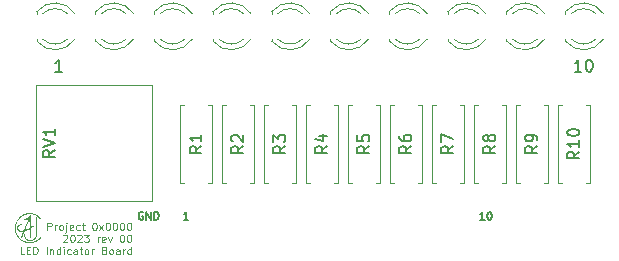
<source format=gbr>
%TF.GenerationSoftware,KiCad,Pcbnew,6.0.11-2627ca5db0~126~ubuntu22.04.1*%
%TF.CreationDate,2023-08-06T20:15:41-06:00*%
%TF.ProjectId,LED-Bank,4c45442d-4261-46e6-9b2e-6b696361645f,rev?*%
%TF.SameCoordinates,Original*%
%TF.FileFunction,Legend,Top*%
%TF.FilePolarity,Positive*%
%FSLAX46Y46*%
G04 Gerber Fmt 4.6, Leading zero omitted, Abs format (unit mm)*
G04 Created by KiCad (PCBNEW 6.0.11-2627ca5db0~126~ubuntu22.04.1) date 2023-08-06 20:15:41*
%MOMM*%
%LPD*%
G01*
G04 APERTURE LIST*
%ADD10C,0.101600*%
%ADD11C,0.150000*%
%ADD12C,0.127000*%
%ADD13C,0.000000*%
%ADD14C,0.120000*%
G04 APERTURE END LIST*
D10*
X153362055Y-124994911D02*
X153362055Y-124359911D01*
X153603960Y-124359911D01*
X153664436Y-124390150D01*
X153694674Y-124420388D01*
X153724912Y-124480864D01*
X153724912Y-124571578D01*
X153694674Y-124632054D01*
X153664436Y-124662292D01*
X153603960Y-124692530D01*
X153362055Y-124692530D01*
X153997055Y-124994911D02*
X153997055Y-124571578D01*
X153997055Y-124692530D02*
X154027293Y-124632054D01*
X154057531Y-124601816D01*
X154118007Y-124571578D01*
X154178483Y-124571578D01*
X154480864Y-124994911D02*
X154420388Y-124964673D01*
X154390150Y-124934435D01*
X154359912Y-124873959D01*
X154359912Y-124692530D01*
X154390150Y-124632054D01*
X154420388Y-124601816D01*
X154480864Y-124571578D01*
X154571579Y-124571578D01*
X154632055Y-124601816D01*
X154662293Y-124632054D01*
X154692531Y-124692530D01*
X154692531Y-124873959D01*
X154662293Y-124934435D01*
X154632055Y-124964673D01*
X154571579Y-124994911D01*
X154480864Y-124994911D01*
X154964674Y-124571578D02*
X154964674Y-125115864D01*
X154934436Y-125176340D01*
X154873960Y-125206578D01*
X154843721Y-125206578D01*
X154964674Y-124359911D02*
X154934436Y-124390150D01*
X154964674Y-124420388D01*
X154994912Y-124390150D01*
X154964674Y-124359911D01*
X154964674Y-124420388D01*
X155508960Y-124964673D02*
X155448483Y-124994911D01*
X155327531Y-124994911D01*
X155267055Y-124964673D01*
X155236817Y-124904197D01*
X155236817Y-124662292D01*
X155267055Y-124601816D01*
X155327531Y-124571578D01*
X155448483Y-124571578D01*
X155508960Y-124601816D01*
X155539198Y-124662292D01*
X155539198Y-124722769D01*
X155236817Y-124783245D01*
X156083483Y-124964673D02*
X156023007Y-124994911D01*
X155902055Y-124994911D01*
X155841579Y-124964673D01*
X155811340Y-124934435D01*
X155781102Y-124873959D01*
X155781102Y-124692530D01*
X155811340Y-124632054D01*
X155841579Y-124601816D01*
X155902055Y-124571578D01*
X156023007Y-124571578D01*
X156083483Y-124601816D01*
X156264912Y-124571578D02*
X156506817Y-124571578D01*
X156355626Y-124359911D02*
X156355626Y-124904197D01*
X156385864Y-124964673D01*
X156446340Y-124994911D01*
X156506817Y-124994911D01*
X157323245Y-124359911D02*
X157383721Y-124359911D01*
X157444198Y-124390150D01*
X157474436Y-124420388D01*
X157504674Y-124480864D01*
X157534912Y-124601816D01*
X157534912Y-124753007D01*
X157504674Y-124873959D01*
X157474436Y-124934435D01*
X157444198Y-124964673D01*
X157383721Y-124994911D01*
X157323245Y-124994911D01*
X157262769Y-124964673D01*
X157232531Y-124934435D01*
X157202293Y-124873959D01*
X157172055Y-124753007D01*
X157172055Y-124601816D01*
X157202293Y-124480864D01*
X157232531Y-124420388D01*
X157262769Y-124390150D01*
X157323245Y-124359911D01*
X157746579Y-124994911D02*
X158079198Y-124571578D01*
X157746579Y-124571578D02*
X158079198Y-124994911D01*
X158442055Y-124359911D02*
X158502531Y-124359911D01*
X158563007Y-124390150D01*
X158593245Y-124420388D01*
X158623483Y-124480864D01*
X158653721Y-124601816D01*
X158653721Y-124753007D01*
X158623483Y-124873959D01*
X158593245Y-124934435D01*
X158563007Y-124964673D01*
X158502531Y-124994911D01*
X158442055Y-124994911D01*
X158381579Y-124964673D01*
X158351340Y-124934435D01*
X158321102Y-124873959D01*
X158290864Y-124753007D01*
X158290864Y-124601816D01*
X158321102Y-124480864D01*
X158351340Y-124420388D01*
X158381579Y-124390150D01*
X158442055Y-124359911D01*
X159046817Y-124359911D02*
X159107293Y-124359911D01*
X159167769Y-124390150D01*
X159198007Y-124420388D01*
X159228245Y-124480864D01*
X159258483Y-124601816D01*
X159258483Y-124753007D01*
X159228245Y-124873959D01*
X159198007Y-124934435D01*
X159167769Y-124964673D01*
X159107293Y-124994911D01*
X159046817Y-124994911D01*
X158986340Y-124964673D01*
X158956102Y-124934435D01*
X158925864Y-124873959D01*
X158895626Y-124753007D01*
X158895626Y-124601816D01*
X158925864Y-124480864D01*
X158956102Y-124420388D01*
X158986340Y-124390150D01*
X159046817Y-124359911D01*
X159651579Y-124359911D02*
X159712055Y-124359911D01*
X159772531Y-124390150D01*
X159802769Y-124420388D01*
X159833007Y-124480864D01*
X159863245Y-124601816D01*
X159863245Y-124753007D01*
X159833007Y-124873959D01*
X159802769Y-124934435D01*
X159772531Y-124964673D01*
X159712055Y-124994911D01*
X159651579Y-124994911D01*
X159591102Y-124964673D01*
X159560864Y-124934435D01*
X159530626Y-124873959D01*
X159500388Y-124753007D01*
X159500388Y-124601816D01*
X159530626Y-124480864D01*
X159560864Y-124420388D01*
X159591102Y-124390150D01*
X159651579Y-124359911D01*
X160256340Y-124359911D02*
X160316817Y-124359911D01*
X160377293Y-124390150D01*
X160407531Y-124420388D01*
X160437769Y-124480864D01*
X160468007Y-124601816D01*
X160468007Y-124753007D01*
X160437769Y-124873959D01*
X160407531Y-124934435D01*
X160377293Y-124964673D01*
X160316817Y-124994911D01*
X160256340Y-124994911D01*
X160195864Y-124964673D01*
X160165626Y-124934435D01*
X160135388Y-124873959D01*
X160105150Y-124753007D01*
X160105150Y-124601816D01*
X160135388Y-124480864D01*
X160165626Y-124420388D01*
X160195864Y-124390150D01*
X160256340Y-124359911D01*
X154692531Y-125442738D02*
X154722769Y-125412500D01*
X154783245Y-125382261D01*
X154934436Y-125382261D01*
X154994912Y-125412500D01*
X155025150Y-125442738D01*
X155055388Y-125503214D01*
X155055388Y-125563690D01*
X155025150Y-125654404D01*
X154662293Y-126017261D01*
X155055388Y-126017261D01*
X155448483Y-125382261D02*
X155508960Y-125382261D01*
X155569436Y-125412500D01*
X155599674Y-125442738D01*
X155629912Y-125503214D01*
X155660150Y-125624166D01*
X155660150Y-125775357D01*
X155629912Y-125896309D01*
X155599674Y-125956785D01*
X155569436Y-125987023D01*
X155508960Y-126017261D01*
X155448483Y-126017261D01*
X155388007Y-125987023D01*
X155357769Y-125956785D01*
X155327531Y-125896309D01*
X155297293Y-125775357D01*
X155297293Y-125624166D01*
X155327531Y-125503214D01*
X155357769Y-125442738D01*
X155388007Y-125412500D01*
X155448483Y-125382261D01*
X155902055Y-125442738D02*
X155932293Y-125412500D01*
X155992769Y-125382261D01*
X156143960Y-125382261D01*
X156204436Y-125412500D01*
X156234674Y-125442738D01*
X156264912Y-125503214D01*
X156264912Y-125563690D01*
X156234674Y-125654404D01*
X155871817Y-126017261D01*
X156264912Y-126017261D01*
X156476579Y-125382261D02*
X156869674Y-125382261D01*
X156658007Y-125624166D01*
X156748721Y-125624166D01*
X156809198Y-125654404D01*
X156839436Y-125684642D01*
X156869674Y-125745119D01*
X156869674Y-125896309D01*
X156839436Y-125956785D01*
X156809198Y-125987023D01*
X156748721Y-126017261D01*
X156567293Y-126017261D01*
X156506817Y-125987023D01*
X156476579Y-125956785D01*
X157625626Y-126017261D02*
X157625626Y-125593928D01*
X157625626Y-125714880D02*
X157655864Y-125654404D01*
X157686102Y-125624166D01*
X157746579Y-125593928D01*
X157807055Y-125593928D01*
X158260626Y-125987023D02*
X158200150Y-126017261D01*
X158079198Y-126017261D01*
X158018721Y-125987023D01*
X157988483Y-125926547D01*
X157988483Y-125684642D01*
X158018721Y-125624166D01*
X158079198Y-125593928D01*
X158200150Y-125593928D01*
X158260626Y-125624166D01*
X158290864Y-125684642D01*
X158290864Y-125745119D01*
X157988483Y-125805595D01*
X158502531Y-125593928D02*
X158653721Y-126017261D01*
X158804912Y-125593928D01*
X159651579Y-125382261D02*
X159712055Y-125382261D01*
X159772531Y-125412500D01*
X159802769Y-125442738D01*
X159833007Y-125503214D01*
X159863245Y-125624166D01*
X159863245Y-125775357D01*
X159833007Y-125896309D01*
X159802769Y-125956785D01*
X159772531Y-125987023D01*
X159712055Y-126017261D01*
X159651579Y-126017261D01*
X159591102Y-125987023D01*
X159560864Y-125956785D01*
X159530626Y-125896309D01*
X159500388Y-125775357D01*
X159500388Y-125624166D01*
X159530626Y-125503214D01*
X159560864Y-125442738D01*
X159591102Y-125412500D01*
X159651579Y-125382261D01*
X160256340Y-125382261D02*
X160316817Y-125382261D01*
X160377293Y-125412500D01*
X160407531Y-125442738D01*
X160437769Y-125503214D01*
X160468007Y-125624166D01*
X160468007Y-125775357D01*
X160437769Y-125896309D01*
X160407531Y-125956785D01*
X160377293Y-125987023D01*
X160316817Y-126017261D01*
X160256340Y-126017261D01*
X160195864Y-125987023D01*
X160165626Y-125956785D01*
X160135388Y-125896309D01*
X160105150Y-125775357D01*
X160105150Y-125624166D01*
X160135388Y-125503214D01*
X160165626Y-125442738D01*
X160195864Y-125412500D01*
X160256340Y-125382261D01*
X151396579Y-127039611D02*
X151094198Y-127039611D01*
X151094198Y-126404611D01*
X151608245Y-126706992D02*
X151819912Y-126706992D01*
X151910626Y-127039611D02*
X151608245Y-127039611D01*
X151608245Y-126404611D01*
X151910626Y-126404611D01*
X152182769Y-127039611D02*
X152182769Y-126404611D01*
X152333960Y-126404611D01*
X152424674Y-126434850D01*
X152485150Y-126495326D01*
X152515388Y-126555802D01*
X152545626Y-126676754D01*
X152545626Y-126767469D01*
X152515388Y-126888421D01*
X152485150Y-126948897D01*
X152424674Y-127009373D01*
X152333960Y-127039611D01*
X152182769Y-127039611D01*
X153301579Y-127039611D02*
X153301579Y-126404611D01*
X153603960Y-126616278D02*
X153603960Y-127039611D01*
X153603960Y-126676754D02*
X153634198Y-126646516D01*
X153694674Y-126616278D01*
X153785388Y-126616278D01*
X153845864Y-126646516D01*
X153876102Y-126706992D01*
X153876102Y-127039611D01*
X154450626Y-127039611D02*
X154450626Y-126404611D01*
X154450626Y-127009373D02*
X154390150Y-127039611D01*
X154269198Y-127039611D01*
X154208721Y-127009373D01*
X154178483Y-126979135D01*
X154148245Y-126918659D01*
X154148245Y-126737230D01*
X154178483Y-126676754D01*
X154208721Y-126646516D01*
X154269198Y-126616278D01*
X154390150Y-126616278D01*
X154450626Y-126646516D01*
X154753007Y-127039611D02*
X154753007Y-126616278D01*
X154753007Y-126404611D02*
X154722769Y-126434850D01*
X154753007Y-126465088D01*
X154783245Y-126434850D01*
X154753007Y-126404611D01*
X154753007Y-126465088D01*
X155327531Y-127009373D02*
X155267055Y-127039611D01*
X155146102Y-127039611D01*
X155085626Y-127009373D01*
X155055388Y-126979135D01*
X155025150Y-126918659D01*
X155025150Y-126737230D01*
X155055388Y-126676754D01*
X155085626Y-126646516D01*
X155146102Y-126616278D01*
X155267055Y-126616278D01*
X155327531Y-126646516D01*
X155871817Y-127039611D02*
X155871817Y-126706992D01*
X155841579Y-126646516D01*
X155781102Y-126616278D01*
X155660150Y-126616278D01*
X155599674Y-126646516D01*
X155871817Y-127009373D02*
X155811340Y-127039611D01*
X155660150Y-127039611D01*
X155599674Y-127009373D01*
X155569436Y-126948897D01*
X155569436Y-126888421D01*
X155599674Y-126827945D01*
X155660150Y-126797707D01*
X155811340Y-126797707D01*
X155871817Y-126767469D01*
X156083483Y-126616278D02*
X156325388Y-126616278D01*
X156174198Y-126404611D02*
X156174198Y-126948897D01*
X156204436Y-127009373D01*
X156264912Y-127039611D01*
X156325388Y-127039611D01*
X156627769Y-127039611D02*
X156567293Y-127009373D01*
X156537055Y-126979135D01*
X156506817Y-126918659D01*
X156506817Y-126737230D01*
X156537055Y-126676754D01*
X156567293Y-126646516D01*
X156627769Y-126616278D01*
X156718483Y-126616278D01*
X156778960Y-126646516D01*
X156809198Y-126676754D01*
X156839436Y-126737230D01*
X156839436Y-126918659D01*
X156809198Y-126979135D01*
X156778960Y-127009373D01*
X156718483Y-127039611D01*
X156627769Y-127039611D01*
X157111579Y-127039611D02*
X157111579Y-126616278D01*
X157111579Y-126737230D02*
X157141817Y-126676754D01*
X157172055Y-126646516D01*
X157232531Y-126616278D01*
X157293007Y-126616278D01*
X158200150Y-126706992D02*
X158290864Y-126737230D01*
X158321102Y-126767469D01*
X158351340Y-126827945D01*
X158351340Y-126918659D01*
X158321102Y-126979135D01*
X158290864Y-127009373D01*
X158230388Y-127039611D01*
X157988483Y-127039611D01*
X157988483Y-126404611D01*
X158200150Y-126404611D01*
X158260626Y-126434850D01*
X158290864Y-126465088D01*
X158321102Y-126525564D01*
X158321102Y-126586040D01*
X158290864Y-126646516D01*
X158260626Y-126676754D01*
X158200150Y-126706992D01*
X157988483Y-126706992D01*
X158714198Y-127039611D02*
X158653721Y-127009373D01*
X158623483Y-126979135D01*
X158593245Y-126918659D01*
X158593245Y-126737230D01*
X158623483Y-126676754D01*
X158653721Y-126646516D01*
X158714198Y-126616278D01*
X158804912Y-126616278D01*
X158865388Y-126646516D01*
X158895626Y-126676754D01*
X158925864Y-126737230D01*
X158925864Y-126918659D01*
X158895626Y-126979135D01*
X158865388Y-127009373D01*
X158804912Y-127039611D01*
X158714198Y-127039611D01*
X159470150Y-127039611D02*
X159470150Y-126706992D01*
X159439912Y-126646516D01*
X159379436Y-126616278D01*
X159258483Y-126616278D01*
X159198007Y-126646516D01*
X159470150Y-127009373D02*
X159409674Y-127039611D01*
X159258483Y-127039611D01*
X159198007Y-127009373D01*
X159167769Y-126948897D01*
X159167769Y-126888421D01*
X159198007Y-126827945D01*
X159258483Y-126797707D01*
X159409674Y-126797707D01*
X159470150Y-126767469D01*
X159772531Y-127039611D02*
X159772531Y-126616278D01*
X159772531Y-126737230D02*
X159802769Y-126676754D01*
X159833007Y-126646516D01*
X159893483Y-126616278D01*
X159953960Y-126616278D01*
X160437769Y-127039611D02*
X160437769Y-126404611D01*
X160437769Y-127009373D02*
X160377293Y-127039611D01*
X160256340Y-127039611D01*
X160195864Y-127009373D01*
X160165626Y-126979135D01*
X160135388Y-126918659D01*
X160135388Y-126737230D01*
X160165626Y-126676754D01*
X160195864Y-126646516D01*
X160256340Y-126616278D01*
X160377293Y-126616278D01*
X160437769Y-126646516D01*
D11*
X198564523Y-111577380D02*
X197993095Y-111577380D01*
X198278809Y-111577380D02*
X198278809Y-110577380D01*
X198183571Y-110720238D01*
X198088333Y-110815476D01*
X197993095Y-110863095D01*
X199183571Y-110577380D02*
X199278809Y-110577380D01*
X199374047Y-110625000D01*
X199421666Y-110672619D01*
X199469285Y-110767857D01*
X199516904Y-110958333D01*
X199516904Y-111196428D01*
X199469285Y-111386904D01*
X199421666Y-111482142D01*
X199374047Y-111529761D01*
X199278809Y-111577380D01*
X199183571Y-111577380D01*
X199088333Y-111529761D01*
X199040714Y-111482142D01*
X198993095Y-111386904D01*
X198945476Y-111196428D01*
X198945476Y-110958333D01*
X198993095Y-110767857D01*
X199040714Y-110672619D01*
X199088333Y-110625000D01*
X199183571Y-110577380D01*
X154590714Y-111577380D02*
X154019285Y-111577380D01*
X154305000Y-111577380D02*
X154305000Y-110577380D01*
X154209761Y-110720238D01*
X154114523Y-110815476D01*
X154019285Y-110863095D01*
D12*
X190379047Y-124112261D02*
X190016190Y-124112261D01*
X190197619Y-124112261D02*
X190197619Y-123477261D01*
X190137142Y-123567976D01*
X190076666Y-123628452D01*
X190016190Y-123658690D01*
X190772142Y-123477261D02*
X190832619Y-123477261D01*
X190893095Y-123507500D01*
X190923333Y-123537738D01*
X190953571Y-123598214D01*
X190983809Y-123719166D01*
X190983809Y-123870357D01*
X190953571Y-123991309D01*
X190923333Y-124051785D01*
X190893095Y-124082023D01*
X190832619Y-124112261D01*
X190772142Y-124112261D01*
X190711666Y-124082023D01*
X190681428Y-124051785D01*
X190651190Y-123991309D01*
X190620952Y-123870357D01*
X190620952Y-123719166D01*
X190651190Y-123598214D01*
X190681428Y-123537738D01*
X190711666Y-123507500D01*
X190772142Y-123477261D01*
X165281428Y-124112261D02*
X164918571Y-124112261D01*
X165100000Y-124112261D02*
X165100000Y-123477261D01*
X165039523Y-123567976D01*
X164979047Y-123628452D01*
X164918571Y-123658690D01*
X161441190Y-123507500D02*
X161380714Y-123477261D01*
X161290000Y-123477261D01*
X161199285Y-123507500D01*
X161138809Y-123567976D01*
X161108571Y-123628452D01*
X161078333Y-123749404D01*
X161078333Y-123840119D01*
X161108571Y-123961071D01*
X161138809Y-124021547D01*
X161199285Y-124082023D01*
X161290000Y-124112261D01*
X161350476Y-124112261D01*
X161441190Y-124082023D01*
X161471428Y-124051785D01*
X161471428Y-123840119D01*
X161350476Y-123840119D01*
X161743571Y-124112261D02*
X161743571Y-123477261D01*
X162106428Y-124112261D01*
X162106428Y-123477261D01*
X162408809Y-124112261D02*
X162408809Y-123477261D01*
X162560000Y-123477261D01*
X162650714Y-123507500D01*
X162711190Y-123567976D01*
X162741428Y-123628452D01*
X162771666Y-123749404D01*
X162771666Y-123840119D01*
X162741428Y-123961071D01*
X162711190Y-124021547D01*
X162650714Y-124082023D01*
X162560000Y-124112261D01*
X162408809Y-124112261D01*
D13*
G36*
X151750782Y-124005383D02*
G01*
X151731881Y-124021031D01*
X151712667Y-124036063D01*
X151693141Y-124050479D01*
X151673304Y-124064277D01*
X151653158Y-124077455D01*
X151632703Y-124090014D01*
X151611940Y-124101952D01*
X151590872Y-124113267D01*
X151569500Y-124123960D01*
X151547823Y-124134028D01*
X151525845Y-124143470D01*
X151503566Y-124152286D01*
X151480987Y-124160474D01*
X151458109Y-124168034D01*
X151434934Y-124174964D01*
X151432610Y-124175556D01*
X151430284Y-124176026D01*
X151427958Y-124176374D01*
X151425638Y-124176604D01*
X151423326Y-124176716D01*
X151421027Y-124176714D01*
X151418743Y-124176598D01*
X151416478Y-124176371D01*
X151414237Y-124176035D01*
X151412022Y-124175592D01*
X151409838Y-124175044D01*
X151407688Y-124174393D01*
X151405575Y-124173640D01*
X151403503Y-124172789D01*
X151401476Y-124171840D01*
X151399498Y-124170797D01*
X151397571Y-124169660D01*
X151395701Y-124168432D01*
X151393890Y-124167115D01*
X151392141Y-124165710D01*
X151390460Y-124164221D01*
X151388848Y-124162649D01*
X151387311Y-124160995D01*
X151385851Y-124159262D01*
X151384472Y-124157452D01*
X151383178Y-124155567D01*
X151381972Y-124153609D01*
X151380858Y-124151580D01*
X151379840Y-124149481D01*
X151378921Y-124147315D01*
X151378106Y-124145084D01*
X151377396Y-124142790D01*
X151376800Y-124140466D01*
X151376328Y-124138140D01*
X151375976Y-124135815D01*
X151375744Y-124133494D01*
X151375630Y-124131182D01*
X151375630Y-124128883D01*
X151375744Y-124126599D01*
X151375969Y-124124335D01*
X151376303Y-124122093D01*
X151376744Y-124119878D01*
X151377291Y-124117694D01*
X151377941Y-124115544D01*
X151378692Y-124113431D01*
X151379542Y-124111359D01*
X151380490Y-124109332D01*
X151381533Y-124107354D01*
X151382669Y-124105428D01*
X151383896Y-124103557D01*
X151385212Y-124101746D01*
X151386616Y-124099997D01*
X151388105Y-124098316D01*
X151389677Y-124096704D01*
X151391330Y-124095167D01*
X151393063Y-124093707D01*
X151394873Y-124092328D01*
X151396757Y-124091034D01*
X151398716Y-124089828D01*
X151400745Y-124088714D01*
X151402843Y-124087696D01*
X151405009Y-124086778D01*
X151407240Y-124085962D01*
X151409534Y-124085252D01*
X151444707Y-124074340D01*
X151479126Y-124061752D01*
X151512786Y-124047496D01*
X151545679Y-124031576D01*
X151577801Y-124013997D01*
X151609143Y-123994764D01*
X151639700Y-123973881D01*
X151669465Y-123951355D01*
X151698432Y-123927191D01*
X151726594Y-123901392D01*
X151753945Y-123873965D01*
X151780478Y-123844915D01*
X151806187Y-123814246D01*
X151831066Y-123781963D01*
X151855107Y-123748072D01*
X151878305Y-123712578D01*
X151878859Y-123711685D01*
X151879435Y-123710806D01*
X151880031Y-123709942D01*
X151880647Y-123709094D01*
X151881281Y-123708263D01*
X151881932Y-123707448D01*
X151882598Y-123706652D01*
X151883279Y-123705875D01*
X151884205Y-123704859D01*
X151885157Y-123703875D01*
X151886133Y-123702922D01*
X151887134Y-123702002D01*
X151888157Y-123701114D01*
X151889203Y-123700259D01*
X151890270Y-123699437D01*
X151891358Y-123698648D01*
X151892466Y-123697892D01*
X151893593Y-123697170D01*
X151894738Y-123696483D01*
X151895900Y-123695829D01*
X151897079Y-123695210D01*
X151898274Y-123694626D01*
X151899483Y-123694077D01*
X151900707Y-123693563D01*
X151902616Y-123692849D01*
X151904559Y-123692216D01*
X151905541Y-123691930D01*
X151906531Y-123691666D01*
X151907527Y-123691422D01*
X151908530Y-123691200D01*
X151909538Y-123690999D01*
X151910551Y-123690819D01*
X151911570Y-123690662D01*
X151912593Y-123690527D01*
X151913620Y-123690414D01*
X151914651Y-123690324D01*
X151915686Y-123690256D01*
X151916723Y-123690212D01*
X151917783Y-123690191D01*
X151918847Y-123690195D01*
X151919914Y-123690224D01*
X151920983Y-123690278D01*
X151922053Y-123690358D01*
X151923125Y-123690462D01*
X151924197Y-123690591D01*
X151925269Y-123690745D01*
X151926340Y-123690925D01*
X151927410Y-123691130D01*
X151928477Y-123691360D01*
X151929542Y-123691616D01*
X151930603Y-123691897D01*
X151931661Y-123692203D01*
X151932714Y-123692535D01*
X151933762Y-123692893D01*
X151935255Y-123693447D01*
X151936719Y-123694049D01*
X151938154Y-123694700D01*
X151939561Y-123695398D01*
X151940939Y-123696142D01*
X151942290Y-123696931D01*
X151943613Y-123697765D01*
X151944910Y-123698643D01*
X151945969Y-123699411D01*
X151947003Y-123700205D01*
X151948011Y-123701025D01*
X151948994Y-123701870D01*
X151949950Y-123702739D01*
X151950880Y-123703633D01*
X151951782Y-123704549D01*
X151952658Y-123705487D01*
X151953505Y-123706447D01*
X151954325Y-123707427D01*
X151955116Y-123708428D01*
X151955878Y-123709448D01*
X151956612Y-123710487D01*
X151957315Y-123711543D01*
X151957989Y-123712617D01*
X151958633Y-123713707D01*
X151959133Y-123714606D01*
X151959615Y-123715517D01*
X151960077Y-123716440D01*
X151960520Y-123717375D01*
X151960943Y-123718320D01*
X151961346Y-123719277D01*
X151961729Y-123720244D01*
X151962090Y-123721221D01*
X151962430Y-123722208D01*
X151962748Y-123723205D01*
X151963043Y-123724211D01*
X151963316Y-123725226D01*
X151963566Y-123726250D01*
X151963792Y-123727282D01*
X151963994Y-123728322D01*
X151964171Y-123729370D01*
X151964332Y-123730393D01*
X151964469Y-123731425D01*
X151964581Y-123732463D01*
X151964670Y-123733506D01*
X151964733Y-123734553D01*
X151964772Y-123735601D01*
X151964785Y-123736649D01*
X151964771Y-123737696D01*
X151964771Y-124737080D01*
X151987716Y-124725781D01*
X152010806Y-124714942D01*
X152034004Y-124704666D01*
X152057274Y-124695051D01*
X152080578Y-124686198D01*
X152103881Y-124678208D01*
X152127144Y-124671182D01*
X152138750Y-124668061D01*
X152150332Y-124665219D01*
X152152686Y-124664732D01*
X152155036Y-124664369D01*
X152157379Y-124664128D01*
X152159711Y-124664005D01*
X152162028Y-124663999D01*
X152164327Y-124664108D01*
X152166605Y-124664329D01*
X152168859Y-124664661D01*
X152171083Y-124665101D01*
X152173276Y-124665647D01*
X152175433Y-124666296D01*
X152177552Y-124667047D01*
X152179628Y-124667897D01*
X152181658Y-124668845D01*
X152183638Y-124669887D01*
X152185566Y-124671022D01*
X152187437Y-124672248D01*
X152189248Y-124673562D01*
X152190996Y-124674962D01*
X152192677Y-124676446D01*
X152194288Y-124678012D01*
X152195824Y-124679657D01*
X152197283Y-124681380D01*
X152198662Y-124683178D01*
X152199955Y-124685048D01*
X152201161Y-124686990D01*
X152202276Y-124689000D01*
X152203295Y-124691077D01*
X152204216Y-124693217D01*
X152205035Y-124695420D01*
X152205749Y-124697683D01*
X152206353Y-124700003D01*
X152206840Y-124702354D01*
X152207203Y-124704701D01*
X152207445Y-124707041D01*
X152207569Y-124709371D01*
X152207575Y-124711687D01*
X152207467Y-124713985D01*
X152207247Y-124716262D01*
X152206916Y-124718514D01*
X152206477Y-124720738D01*
X152205933Y-124722931D01*
X152205284Y-124725088D01*
X152204535Y-124727207D01*
X152203685Y-124729283D01*
X152202739Y-124731314D01*
X152201698Y-124733295D01*
X152200563Y-124735223D01*
X152199339Y-124737095D01*
X152198025Y-124738908D01*
X152196626Y-124740656D01*
X152195142Y-124742338D01*
X152193576Y-124743950D01*
X152191931Y-124745488D01*
X152190208Y-124746948D01*
X152188410Y-124748327D01*
X152186538Y-124749622D01*
X152184595Y-124750829D01*
X152182584Y-124751944D01*
X152180506Y-124752964D01*
X152178363Y-124753886D01*
X152176158Y-124754705D01*
X152173893Y-124755419D01*
X152171569Y-124756024D01*
X152159062Y-124759139D01*
X152146445Y-124762660D01*
X152133729Y-124766565D01*
X152120927Y-124770833D01*
X152095108Y-124780364D01*
X152069083Y-124791072D01*
X152042944Y-124802780D01*
X152016783Y-124815307D01*
X151990695Y-124828474D01*
X151964771Y-124842102D01*
X151964771Y-125647211D01*
X151964711Y-125649611D01*
X151964530Y-125651979D01*
X151964234Y-125654312D01*
X151963824Y-125656609D01*
X151963303Y-125658865D01*
X151962674Y-125661078D01*
X151961941Y-125663245D01*
X151961106Y-125665363D01*
X151960172Y-125667428D01*
X151959141Y-125669439D01*
X151958018Y-125671392D01*
X151956805Y-125673284D01*
X151955505Y-125675113D01*
X151954120Y-125676875D01*
X151952654Y-125678567D01*
X151951110Y-125680187D01*
X151949490Y-125681731D01*
X151947798Y-125683197D01*
X151946036Y-125684582D01*
X151944207Y-125685882D01*
X151942315Y-125687095D01*
X151940362Y-125688218D01*
X151938351Y-125689248D01*
X151936285Y-125690183D01*
X151934168Y-125691018D01*
X151932001Y-125691751D01*
X151929788Y-125692380D01*
X151927532Y-125692900D01*
X151925235Y-125693311D01*
X151922902Y-125693607D01*
X151920533Y-125693787D01*
X151918134Y-125693848D01*
X151915738Y-125693787D01*
X151913372Y-125693607D01*
X151911042Y-125693311D01*
X151908748Y-125692900D01*
X151906494Y-125692380D01*
X151904283Y-125691751D01*
X151902119Y-125691018D01*
X151900003Y-125690183D01*
X151897939Y-125689248D01*
X151895930Y-125688218D01*
X151893978Y-125687095D01*
X151892087Y-125685882D01*
X151890260Y-125684582D01*
X151888499Y-125683197D01*
X151886808Y-125681731D01*
X151885189Y-125680187D01*
X151883645Y-125678567D01*
X151882180Y-125676875D01*
X151880796Y-125675113D01*
X151879496Y-125673284D01*
X151878283Y-125671392D01*
X151877161Y-125669439D01*
X151876131Y-125667428D01*
X151875197Y-125665363D01*
X151874362Y-125663245D01*
X151873629Y-125661078D01*
X151873000Y-125658865D01*
X151872480Y-125656609D01*
X151872069Y-125654312D01*
X151871773Y-125651979D01*
X151871593Y-125649611D01*
X151871532Y-125647211D01*
X151871532Y-124893713D01*
X151838635Y-124912102D01*
X151822577Y-124920958D01*
X151806691Y-124929591D01*
X151763599Y-124952506D01*
X151719372Y-124975367D01*
X151674108Y-124997921D01*
X151627908Y-125019919D01*
X151580869Y-125041110D01*
X151533091Y-125061244D01*
X151484672Y-125080069D01*
X151435710Y-125097336D01*
X151215330Y-125660440D01*
X151214402Y-125662653D01*
X151213375Y-125664794D01*
X151212251Y-125666859D01*
X151211035Y-125668849D01*
X151209730Y-125670761D01*
X151208341Y-125672594D01*
X151206871Y-125674345D01*
X151205323Y-125676014D01*
X151203703Y-125677598D01*
X151202013Y-125679095D01*
X151200257Y-125680505D01*
X151198439Y-125681826D01*
X151196564Y-125683055D01*
X151194634Y-125684192D01*
X151192654Y-125685234D01*
X151190627Y-125686180D01*
X151188557Y-125687027D01*
X151186449Y-125687776D01*
X151184305Y-125688423D01*
X151182130Y-125688967D01*
X151179927Y-125689407D01*
X151177701Y-125689740D01*
X151175454Y-125689966D01*
X151173192Y-125690082D01*
X151170917Y-125690086D01*
X151168634Y-125689978D01*
X151166346Y-125689755D01*
X151164057Y-125689416D01*
X151161772Y-125688959D01*
X151159492Y-125688382D01*
X151157224Y-125687684D01*
X151154970Y-125686863D01*
X151151602Y-125685394D01*
X151148408Y-125683695D01*
X151145394Y-125681779D01*
X151142566Y-125679661D01*
X151139930Y-125677354D01*
X151137492Y-125674871D01*
X151135258Y-125672228D01*
X151133234Y-125669436D01*
X151131427Y-125666510D01*
X151129842Y-125663465D01*
X151128485Y-125660313D01*
X151127362Y-125657068D01*
X151126480Y-125653744D01*
X151125844Y-125650355D01*
X151125461Y-125646914D01*
X151125336Y-125643436D01*
X151125337Y-125643436D01*
X151125349Y-125642377D01*
X151125385Y-125641317D01*
X151125445Y-125640255D01*
X151125530Y-125639193D01*
X151125640Y-125638130D01*
X151125774Y-125637068D01*
X151125933Y-125636005D01*
X151126117Y-125634943D01*
X151126327Y-125633882D01*
X151126561Y-125632822D01*
X151126822Y-125631763D01*
X151127108Y-125630706D01*
X151127420Y-125629652D01*
X151127757Y-125628599D01*
X151128121Y-125627550D01*
X151128512Y-125626503D01*
X151323033Y-125129439D01*
X151308910Y-125132626D01*
X151294771Y-125135621D01*
X151280618Y-125138417D01*
X151266452Y-125141006D01*
X151252275Y-125143382D01*
X151238087Y-125145537D01*
X151223890Y-125147466D01*
X151209686Y-125149160D01*
X151203992Y-125149755D01*
X151198291Y-125150271D01*
X151192583Y-125150707D01*
X151186870Y-125151064D01*
X151181153Y-125151342D01*
X151175435Y-125151541D01*
X151169717Y-125151660D01*
X151164001Y-125151699D01*
X151143288Y-125151186D01*
X151122682Y-125149659D01*
X151102234Y-125147135D01*
X151081993Y-125143632D01*
X151062011Y-125139168D01*
X151042337Y-125133760D01*
X151023021Y-125127426D01*
X151004113Y-125120183D01*
X150985665Y-125112049D01*
X150967726Y-125103043D01*
X150950346Y-125093180D01*
X150933575Y-125082479D01*
X150917465Y-125070958D01*
X150902064Y-125058634D01*
X150887424Y-125045525D01*
X150873594Y-125031649D01*
X150861123Y-125017610D01*
X150849615Y-125003052D01*
X150839079Y-124988003D01*
X150829523Y-124972487D01*
X150820954Y-124956531D01*
X150813379Y-124940161D01*
X150806807Y-124923402D01*
X150801244Y-124906281D01*
X150796699Y-124888823D01*
X150793179Y-124871055D01*
X150790691Y-124853002D01*
X150789244Y-124834690D01*
X150788844Y-124816146D01*
X150789500Y-124797394D01*
X150791218Y-124778462D01*
X150794008Y-124759375D01*
X150796977Y-124744548D01*
X150800669Y-124730039D01*
X150805076Y-124715857D01*
X150810191Y-124702015D01*
X150816007Y-124688521D01*
X150822516Y-124675388D01*
X150829713Y-124662625D01*
X150837589Y-124650243D01*
X150846138Y-124638254D01*
X150855352Y-124626667D01*
X150865225Y-124615493D01*
X150875749Y-124604743D01*
X150886918Y-124594427D01*
X150898723Y-124584557D01*
X150911159Y-124575142D01*
X150924218Y-124566194D01*
X150935568Y-124559118D01*
X150947315Y-124552405D01*
X150959437Y-124546062D01*
X150971913Y-124540095D01*
X150984723Y-124534512D01*
X150997846Y-124529317D01*
X151011262Y-124524518D01*
X151024949Y-124520121D01*
X151038887Y-124516133D01*
X151053056Y-124512560D01*
X151067434Y-124509407D01*
X151082001Y-124506683D01*
X151096735Y-124504392D01*
X151111617Y-124502542D01*
X151126626Y-124501139D01*
X151141741Y-124500189D01*
X151144143Y-124500138D01*
X151146519Y-124500208D01*
X151148866Y-124500395D01*
X151151180Y-124500697D01*
X151153460Y-124501112D01*
X151155700Y-124501636D01*
X151157900Y-124502267D01*
X151160055Y-124503001D01*
X151162162Y-124503837D01*
X151164219Y-124504771D01*
X151166223Y-124505801D01*
X151168169Y-124506923D01*
X151170057Y-124508136D01*
X151171881Y-124509435D01*
X151173640Y-124510820D01*
X151175330Y-124512285D01*
X151176948Y-124513830D01*
X151178491Y-124515451D01*
X151179956Y-124517145D01*
X151181340Y-124518909D01*
X151182641Y-124520741D01*
X151183854Y-124522638D01*
X151184977Y-124524598D01*
X151186007Y-124526616D01*
X151186941Y-124528692D01*
X151187776Y-124530821D01*
X151188508Y-124533001D01*
X151189135Y-124535229D01*
X151189654Y-124537503D01*
X151190061Y-124539819D01*
X151190354Y-124542176D01*
X151190530Y-124544569D01*
X151190584Y-124546968D01*
X151190518Y-124549341D01*
X151190333Y-124551686D01*
X151190034Y-124553998D01*
X151189622Y-124556276D01*
X151189100Y-124558515D01*
X151188471Y-124560714D01*
X151187738Y-124562868D01*
X151186904Y-124564974D01*
X151185972Y-124567031D01*
X151184944Y-124569034D01*
X151183823Y-124570980D01*
X151182611Y-124572867D01*
X151181313Y-124574692D01*
X151179930Y-124576450D01*
X151178465Y-124578140D01*
X151176921Y-124579758D01*
X151175301Y-124581301D01*
X151173608Y-124582767D01*
X151171844Y-124584151D01*
X151170012Y-124585451D01*
X151168115Y-124586664D01*
X151166156Y-124587786D01*
X151164138Y-124588816D01*
X151162063Y-124589749D01*
X151159934Y-124590582D01*
X151157754Y-124591313D01*
X151155525Y-124591938D01*
X151153252Y-124592455D01*
X151150935Y-124592860D01*
X151148579Y-124593150D01*
X151146186Y-124593323D01*
X151125975Y-124594817D01*
X151105363Y-124597425D01*
X151084547Y-124601189D01*
X151063726Y-124606154D01*
X151043100Y-124612364D01*
X151022867Y-124619863D01*
X151012960Y-124624109D01*
X151003226Y-124628694D01*
X150993689Y-124633623D01*
X150984375Y-124638902D01*
X150975309Y-124644536D01*
X150966515Y-124650530D01*
X150958018Y-124656891D01*
X150949843Y-124663623D01*
X150942015Y-124670732D01*
X150934558Y-124678224D01*
X150927498Y-124686104D01*
X150920860Y-124694377D01*
X150914668Y-124703050D01*
X150908947Y-124712127D01*
X150903722Y-124721614D01*
X150899018Y-124731516D01*
X150894859Y-124741840D01*
X150891271Y-124752590D01*
X150888279Y-124763772D01*
X150885906Y-124775391D01*
X150884547Y-124784015D01*
X150883491Y-124792464D01*
X150882729Y-124800739D01*
X150882250Y-124808840D01*
X150882043Y-124816768D01*
X150882099Y-124824524D01*
X150882407Y-124832108D01*
X150882956Y-124839521D01*
X150883736Y-124846763D01*
X150884736Y-124853836D01*
X150885947Y-124860740D01*
X150887358Y-124867475D01*
X150888958Y-124874042D01*
X150890738Y-124880442D01*
X150892686Y-124886676D01*
X150894792Y-124892743D01*
X150899438Y-124904382D01*
X150904592Y-124915365D01*
X150910172Y-124925696D01*
X150916094Y-124935382D01*
X150922274Y-124944426D01*
X150928631Y-124952834D01*
X150935080Y-124960610D01*
X150941539Y-124967761D01*
X150953381Y-124979519D01*
X150966107Y-124990556D01*
X150979650Y-125000848D01*
X150993942Y-125010373D01*
X151008917Y-125019107D01*
X151024506Y-125027029D01*
X151040643Y-125034114D01*
X151057259Y-125040341D01*
X151074288Y-125045685D01*
X151091663Y-125050125D01*
X151109315Y-125053638D01*
X151127178Y-125056200D01*
X151145183Y-125057788D01*
X151163264Y-125058381D01*
X151181354Y-125057954D01*
X151199384Y-125056485D01*
X151220055Y-125053907D01*
X151240759Y-125050789D01*
X151261487Y-125047153D01*
X151282230Y-125043017D01*
X151302978Y-125038402D01*
X151323721Y-125033327D01*
X151344449Y-125027812D01*
X151365155Y-125021877D01*
X151380895Y-124981661D01*
X151481007Y-124981661D01*
X151517814Y-124966703D01*
X151554273Y-124950969D01*
X151590327Y-124934586D01*
X151625919Y-124917684D01*
X151660992Y-124900392D01*
X151695488Y-124882839D01*
X151762524Y-124847464D01*
X151779892Y-124838022D01*
X151797594Y-124828233D01*
X151834279Y-124807706D01*
X151852760Y-124797303D01*
X151871532Y-124786821D01*
X151871532Y-123983864D01*
X151481007Y-124981661D01*
X151380895Y-124981661D01*
X151769368Y-123989120D01*
X151750782Y-124005383D01*
G37*
G36*
X152423354Y-123929431D02*
G01*
X152425722Y-123929611D01*
X152428055Y-123929908D01*
X152430351Y-123930318D01*
X152432607Y-123930839D01*
X152434819Y-123931467D01*
X152436984Y-123932201D01*
X152439101Y-123933036D01*
X152441165Y-123933970D01*
X152443175Y-123935000D01*
X152445127Y-123936123D01*
X152447017Y-123937336D01*
X152448844Y-123938637D01*
X152450604Y-123940021D01*
X152452295Y-123941487D01*
X152453913Y-123943032D01*
X152455456Y-123944651D01*
X152456920Y-123946344D01*
X152458303Y-123948106D01*
X152459602Y-123949934D01*
X152460814Y-123951826D01*
X152461935Y-123953779D01*
X152462964Y-123955790D01*
X152463897Y-123957856D01*
X152464731Y-123959974D01*
X152465463Y-123962141D01*
X152466091Y-123964354D01*
X152466611Y-123966610D01*
X152467020Y-123968906D01*
X152467317Y-123971240D01*
X152467496Y-123973608D01*
X152467557Y-123976008D01*
X152467557Y-125395091D01*
X152466849Y-125423014D01*
X152464746Y-125450575D01*
X152461284Y-125477740D01*
X152456497Y-125504474D01*
X152450419Y-125530742D01*
X152443085Y-125556512D01*
X152434529Y-125581748D01*
X152424786Y-125606415D01*
X152413889Y-125630480D01*
X152401874Y-125653908D01*
X152388774Y-125676664D01*
X152374625Y-125698714D01*
X152359460Y-125720024D01*
X152343314Y-125740560D01*
X152326221Y-125760286D01*
X152308216Y-125779169D01*
X152289333Y-125797174D01*
X152269607Y-125814267D01*
X152249071Y-125830413D01*
X152227761Y-125845578D01*
X152205711Y-125859728D01*
X152182954Y-125872827D01*
X152159527Y-125884843D01*
X152135462Y-125895739D01*
X152110795Y-125905483D01*
X152085559Y-125914039D01*
X152059789Y-125921373D01*
X152033520Y-125927450D01*
X152006786Y-125932238D01*
X151979622Y-125935699D01*
X151952061Y-125937802D01*
X151924138Y-125938510D01*
X151896216Y-125937802D01*
X151868655Y-125935699D01*
X151841490Y-125932238D01*
X151814756Y-125927450D01*
X151788487Y-125921373D01*
X151762718Y-125914039D01*
X151737482Y-125905483D01*
X151712814Y-125895739D01*
X151688750Y-125884843D01*
X151665322Y-125872827D01*
X151642566Y-125859728D01*
X151620515Y-125845578D01*
X151599205Y-125830413D01*
X151578670Y-125814267D01*
X151558943Y-125797174D01*
X151540060Y-125779169D01*
X151522055Y-125760286D01*
X151504962Y-125740560D01*
X151488816Y-125720024D01*
X151473651Y-125698714D01*
X151459502Y-125676664D01*
X151446402Y-125653908D01*
X151434387Y-125630480D01*
X151423490Y-125606415D01*
X151413747Y-125581748D01*
X151405191Y-125556512D01*
X151397857Y-125530742D01*
X151391779Y-125504474D01*
X151386992Y-125477740D01*
X151383530Y-125450575D01*
X151381428Y-125423014D01*
X151380719Y-125395091D01*
X151380780Y-125392692D01*
X151380960Y-125390324D01*
X151381256Y-125387990D01*
X151381666Y-125385694D01*
X151382186Y-125383437D01*
X151382813Y-125381224D01*
X151383546Y-125379058D01*
X151384380Y-125376940D01*
X151385313Y-125374874D01*
X151386342Y-125372863D01*
X151387464Y-125370910D01*
X151388676Y-125369018D01*
X151389975Y-125367189D01*
X151391359Y-125365428D01*
X151392824Y-125363735D01*
X151394367Y-125362116D01*
X151395986Y-125360571D01*
X151397678Y-125359105D01*
X151399439Y-125357721D01*
X151401268Y-125356420D01*
X151403160Y-125355207D01*
X151405113Y-125354084D01*
X151407124Y-125353054D01*
X151409190Y-125352120D01*
X151411309Y-125351285D01*
X151413477Y-125350551D01*
X151415691Y-125349923D01*
X151417949Y-125349402D01*
X151420247Y-125348992D01*
X151422583Y-125348695D01*
X151424954Y-125348515D01*
X151427357Y-125348454D01*
X151429753Y-125348515D01*
X151432118Y-125348695D01*
X151434449Y-125348992D01*
X151436743Y-125349402D01*
X151438996Y-125349923D01*
X151441207Y-125350551D01*
X151443372Y-125351285D01*
X151445488Y-125352120D01*
X151447552Y-125353054D01*
X151449561Y-125354084D01*
X151451512Y-125355207D01*
X151453403Y-125356420D01*
X151455231Y-125357721D01*
X151456991Y-125359105D01*
X151458683Y-125360571D01*
X151460302Y-125362115D01*
X151461845Y-125363735D01*
X151463310Y-125365428D01*
X151464694Y-125367189D01*
X151465994Y-125369018D01*
X151467207Y-125370910D01*
X151468330Y-125372863D01*
X151469360Y-125374874D01*
X151470294Y-125376940D01*
X151471129Y-125379058D01*
X151471862Y-125381224D01*
X151472490Y-125383437D01*
X151473011Y-125385694D01*
X151473421Y-125387990D01*
X151473718Y-125390324D01*
X151473898Y-125392692D01*
X151473959Y-125395091D01*
X151474546Y-125418221D01*
X151476287Y-125441051D01*
X151479156Y-125463553D01*
X151483122Y-125485698D01*
X151488157Y-125507458D01*
X151494233Y-125528804D01*
X151501322Y-125549708D01*
X151509394Y-125570142D01*
X151518422Y-125590076D01*
X151528376Y-125609483D01*
X151539229Y-125628333D01*
X151550951Y-125646598D01*
X151563515Y-125664251D01*
X151576891Y-125681262D01*
X151591052Y-125697602D01*
X151605968Y-125713244D01*
X151621611Y-125728159D01*
X151637954Y-125742318D01*
X151654966Y-125755692D01*
X151672620Y-125768254D01*
X151690887Y-125779975D01*
X151709739Y-125790827D01*
X151729147Y-125800780D01*
X151749082Y-125809806D01*
X151769517Y-125817877D01*
X151790422Y-125824965D01*
X151811769Y-125831040D01*
X151833530Y-125836074D01*
X151855676Y-125840040D01*
X151878178Y-125842908D01*
X151901008Y-125844649D01*
X151924138Y-125845236D01*
X151947268Y-125844649D01*
X151970098Y-125842908D01*
X151992601Y-125840040D01*
X152014747Y-125836074D01*
X152036507Y-125831040D01*
X152057855Y-125824965D01*
X152078760Y-125817877D01*
X152099194Y-125809806D01*
X152119130Y-125800780D01*
X152138538Y-125790827D01*
X152157389Y-125779975D01*
X152175656Y-125768254D01*
X152193310Y-125755692D01*
X152210323Y-125742318D01*
X152226665Y-125728159D01*
X152242308Y-125713244D01*
X152257225Y-125697602D01*
X152271385Y-125681262D01*
X152284762Y-125664251D01*
X152297325Y-125646598D01*
X152309048Y-125628333D01*
X152319900Y-125609483D01*
X152329855Y-125590076D01*
X152338882Y-125570142D01*
X152346955Y-125549708D01*
X152354043Y-125528804D01*
X152360119Y-125507458D01*
X152365155Y-125485698D01*
X152369121Y-125463553D01*
X152371989Y-125441051D01*
X152373731Y-125418221D01*
X152374318Y-125395091D01*
X152374318Y-123976008D01*
X152374378Y-123973608D01*
X152374559Y-123971240D01*
X152374855Y-123968906D01*
X152375265Y-123966610D01*
X152375786Y-123964354D01*
X152376415Y-123962141D01*
X152377148Y-123959974D01*
X152377983Y-123957856D01*
X152378917Y-123955790D01*
X152379947Y-123953779D01*
X152381071Y-123951826D01*
X152382284Y-123949934D01*
X152383584Y-123948106D01*
X152384969Y-123946344D01*
X152386435Y-123944651D01*
X152387979Y-123943032D01*
X152389599Y-123941487D01*
X152391291Y-123940021D01*
X152393053Y-123938637D01*
X152394882Y-123937336D01*
X152396774Y-123936123D01*
X152398727Y-123935000D01*
X152400738Y-123933970D01*
X152402803Y-123933036D01*
X152404921Y-123932201D01*
X152407088Y-123931467D01*
X152409301Y-123930839D01*
X152411557Y-123930318D01*
X152413854Y-123929908D01*
X152416187Y-123929611D01*
X152418555Y-123929431D01*
X152420955Y-123929370D01*
X152423354Y-123929431D01*
G37*
G36*
X151937075Y-123558849D02*
G01*
X152007555Y-123564716D01*
X152077215Y-123574416D01*
X152145921Y-123587886D01*
X152213538Y-123605062D01*
X152279932Y-123625882D01*
X152344970Y-123650281D01*
X152408516Y-123678195D01*
X152470437Y-123709562D01*
X152530598Y-123744318D01*
X152588865Y-123782400D01*
X152645103Y-123823743D01*
X152699179Y-123868285D01*
X152750959Y-123915961D01*
X152800307Y-123966709D01*
X152847090Y-124020465D01*
X152848568Y-124022357D01*
X152849934Y-124024301D01*
X152851187Y-124026292D01*
X152852329Y-124028327D01*
X152853360Y-124030400D01*
X152854281Y-124032509D01*
X152855090Y-124034648D01*
X152855790Y-124036814D01*
X152856381Y-124039003D01*
X152856862Y-124041210D01*
X152857235Y-124043431D01*
X152857499Y-124045663D01*
X152857656Y-124047901D01*
X152857705Y-124050140D01*
X152857647Y-124052378D01*
X152857483Y-124054609D01*
X152857213Y-124056830D01*
X152856837Y-124059036D01*
X152856355Y-124061223D01*
X152855769Y-124063388D01*
X152855078Y-124065526D01*
X152854283Y-124067632D01*
X152853384Y-124069704D01*
X152852383Y-124071736D01*
X152851278Y-124073725D01*
X152850071Y-124075666D01*
X152848763Y-124077555D01*
X152847352Y-124079388D01*
X152845841Y-124081162D01*
X152844229Y-124082871D01*
X152842516Y-124084513D01*
X152840704Y-124086081D01*
X152838815Y-124087560D01*
X152836874Y-124088926D01*
X152834886Y-124090180D01*
X152832854Y-124091323D01*
X152830782Y-124092354D01*
X152828676Y-124093275D01*
X152826539Y-124094086D01*
X152824374Y-124094787D01*
X152822187Y-124095379D01*
X152819982Y-124095861D01*
X152817761Y-124096235D01*
X152815530Y-124096501D01*
X152813294Y-124096658D01*
X152811054Y-124096709D01*
X152808817Y-124096652D01*
X152806586Y-124096488D01*
X152804365Y-124096219D01*
X152802159Y-124095843D01*
X152799971Y-124095362D01*
X152797805Y-124094776D01*
X152795667Y-124094085D01*
X152793559Y-124093291D01*
X152791486Y-124092392D01*
X152789453Y-124091390D01*
X152787462Y-124090284D01*
X152785519Y-124089076D01*
X152783628Y-124087766D01*
X152781792Y-124086354D01*
X152780016Y-124084841D01*
X152778304Y-124083226D01*
X152776660Y-124081511D01*
X152775088Y-124079696D01*
X152731730Y-124029886D01*
X152685998Y-123982863D01*
X152638014Y-123938685D01*
X152587904Y-123897411D01*
X152535791Y-123859101D01*
X152481799Y-123823813D01*
X152426054Y-123791607D01*
X152368679Y-123762540D01*
X152309798Y-123736672D01*
X152249536Y-123714063D01*
X152188016Y-123694770D01*
X152125364Y-123678852D01*
X152061702Y-123666370D01*
X151997157Y-123657381D01*
X151931851Y-123651944D01*
X151865909Y-123650119D01*
X151807207Y-123651548D01*
X151749025Y-123655813D01*
X151691443Y-123662881D01*
X151634542Y-123672718D01*
X151578400Y-123685293D01*
X151523098Y-123700571D01*
X151468716Y-123718520D01*
X151415332Y-123739107D01*
X151363028Y-123762298D01*
X151311882Y-123788060D01*
X151261975Y-123816361D01*
X151213387Y-123847167D01*
X151166196Y-123880445D01*
X151120484Y-123916163D01*
X151076329Y-123954286D01*
X151033812Y-123994783D01*
X150993310Y-124037300D01*
X150955182Y-124081454D01*
X150919462Y-124127167D01*
X150886182Y-124174357D01*
X150855375Y-124222946D01*
X150827074Y-124272853D01*
X150801313Y-124323998D01*
X150778123Y-124376303D01*
X150757538Y-124429686D01*
X150739591Y-124484069D01*
X150724315Y-124539371D01*
X150711743Y-124595512D01*
X150701907Y-124652414D01*
X150694841Y-124709995D01*
X150690577Y-124768177D01*
X150689148Y-124826879D01*
X150690577Y-124885581D01*
X150694841Y-124943762D01*
X150701907Y-125001342D01*
X150711743Y-125058241D01*
X150724315Y-125114381D01*
X150739591Y-125169681D01*
X150757538Y-125224061D01*
X150778123Y-125277443D01*
X150801313Y-125329745D01*
X150827074Y-125380890D01*
X150855375Y-125430797D01*
X150886182Y-125479386D01*
X150919462Y-125526579D01*
X150955182Y-125572294D01*
X150993310Y-125616453D01*
X151033812Y-125658976D01*
X151076329Y-125699478D01*
X151120484Y-125737606D01*
X151166196Y-125773326D01*
X151213387Y-125806606D01*
X151261975Y-125837413D01*
X151311882Y-125865714D01*
X151363028Y-125891475D01*
X151415332Y-125914665D01*
X151468716Y-125935250D01*
X151523098Y-125953197D01*
X151578400Y-125968473D01*
X151634542Y-125981045D01*
X151691443Y-125990881D01*
X151749025Y-125997947D01*
X151807207Y-126002211D01*
X151865909Y-126003640D01*
X151931845Y-126001815D01*
X151997147Y-125996380D01*
X152061689Y-125987392D01*
X152125349Y-125974911D01*
X152188000Y-125958996D01*
X152249520Y-125939705D01*
X152309783Y-125917098D01*
X152368666Y-125891232D01*
X152426043Y-125862167D01*
X152481790Y-125829961D01*
X152535784Y-125794673D01*
X152587899Y-125756362D01*
X152638011Y-125715087D01*
X152685996Y-125670906D01*
X152731730Y-125623878D01*
X152775088Y-125574063D01*
X152776660Y-125572247D01*
X152778304Y-125570532D01*
X152780016Y-125568918D01*
X152781792Y-125567404D01*
X152783628Y-125565992D01*
X152785519Y-125564682D01*
X152787462Y-125563474D01*
X152789453Y-125562369D01*
X152791486Y-125561367D01*
X152793559Y-125560468D01*
X152795667Y-125559673D01*
X152797806Y-125558983D01*
X152799971Y-125558397D01*
X152802159Y-125557916D01*
X152804365Y-125557540D01*
X152806586Y-125557270D01*
X152808817Y-125557107D01*
X152811054Y-125557050D01*
X152813294Y-125557100D01*
X152815531Y-125557258D01*
X152817761Y-125557524D01*
X152819982Y-125557897D01*
X152822187Y-125558380D01*
X152824374Y-125558971D01*
X152826539Y-125559672D01*
X152828676Y-125560483D01*
X152830783Y-125561404D01*
X152832854Y-125562436D01*
X152834886Y-125563579D01*
X152836874Y-125564833D01*
X152838815Y-125566199D01*
X152840704Y-125567677D01*
X152842516Y-125569249D01*
X152844229Y-125570893D01*
X152845841Y-125572606D01*
X152847352Y-125574382D01*
X152848763Y-125576218D01*
X152850071Y-125578109D01*
X152851278Y-125580052D01*
X152852383Y-125582043D01*
X152853384Y-125584076D01*
X152854283Y-125586149D01*
X152855078Y-125588257D01*
X152855769Y-125590395D01*
X152856355Y-125592561D01*
X152856837Y-125594749D01*
X152857213Y-125596955D01*
X152857483Y-125599176D01*
X152857648Y-125601407D01*
X152857705Y-125603644D01*
X152857656Y-125605883D01*
X152857499Y-125608120D01*
X152857235Y-125610351D01*
X152856862Y-125612571D01*
X152856381Y-125614777D01*
X152855790Y-125616964D01*
X152855091Y-125619128D01*
X152854281Y-125621266D01*
X152853360Y-125623372D01*
X152852329Y-125625443D01*
X152851187Y-125627475D01*
X152849934Y-125629464D01*
X152848568Y-125631405D01*
X152847090Y-125633294D01*
X152800307Y-125687049D01*
X152750959Y-125737797D01*
X152699179Y-125785474D01*
X152645103Y-125830015D01*
X152588865Y-125871359D01*
X152530598Y-125909440D01*
X152470437Y-125944196D01*
X152408516Y-125975563D01*
X152344970Y-126003478D01*
X152279932Y-126027877D01*
X152213538Y-126048696D01*
X152145921Y-126065873D01*
X152077215Y-126079343D01*
X152007555Y-126089043D01*
X151937075Y-126094909D01*
X151865909Y-126096879D01*
X151802555Y-126095337D01*
X151739764Y-126090734D01*
X151677621Y-126083106D01*
X151616213Y-126072488D01*
X151555624Y-126058917D01*
X151495942Y-126042428D01*
X151437252Y-126023057D01*
X151379640Y-126000840D01*
X151323192Y-125975811D01*
X151267995Y-125948008D01*
X151214133Y-125917465D01*
X151161694Y-125884219D01*
X151110763Y-125848304D01*
X151061426Y-125809757D01*
X151013769Y-125768614D01*
X150967878Y-125724910D01*
X150924168Y-125679019D01*
X150883020Y-125631362D01*
X150844471Y-125582025D01*
X150808555Y-125531094D01*
X150775307Y-125478655D01*
X150744765Y-125424793D01*
X150716962Y-125369596D01*
X150691935Y-125313148D01*
X150669719Y-125255536D01*
X150650350Y-125196846D01*
X150633864Y-125137164D01*
X150620295Y-125076575D01*
X150609679Y-125015167D01*
X150602053Y-124953024D01*
X150597451Y-124890233D01*
X150595909Y-124826879D01*
X150597451Y-124763526D01*
X150602053Y-124700735D01*
X150609679Y-124638592D01*
X150620295Y-124577183D01*
X150633864Y-124516595D01*
X150650350Y-124456912D01*
X150669719Y-124398222D01*
X150691935Y-124340610D01*
X150716962Y-124284163D01*
X150744765Y-124228965D01*
X150775307Y-124175104D01*
X150808555Y-124122664D01*
X150844471Y-124071733D01*
X150883020Y-124022396D01*
X150924168Y-123974739D01*
X150967878Y-123928848D01*
X151013769Y-123885144D01*
X151061426Y-123844001D01*
X151110763Y-123805454D01*
X151161694Y-123769540D01*
X151214133Y-123736293D01*
X151267995Y-123705751D01*
X151323192Y-123677947D01*
X151379640Y-123652919D01*
X151437252Y-123630701D01*
X151495942Y-123611330D01*
X151555624Y-123594841D01*
X151616213Y-123581270D01*
X151677621Y-123570653D01*
X151739764Y-123563025D01*
X151802555Y-123558422D01*
X151865909Y-123556879D01*
X151937075Y-123558849D01*
G37*
D11*
%TO.C,RV1*%
X153984810Y-118217332D02*
X153508620Y-118550665D01*
X153984810Y-118788760D02*
X152984810Y-118788760D01*
X152984810Y-118407808D01*
X153032430Y-118312570D01*
X153080049Y-118264951D01*
X153175287Y-118217332D01*
X153318144Y-118217332D01*
X153413382Y-118264951D01*
X153461001Y-118312570D01*
X153508620Y-118407808D01*
X153508620Y-118788760D01*
X152984810Y-117931617D02*
X153984810Y-117598284D01*
X152984810Y-117264951D01*
X153984810Y-116407808D02*
X153984810Y-116979236D01*
X153984810Y-116693522D02*
X152984810Y-116693522D01*
X153127668Y-116788760D01*
X153222906Y-116883998D01*
X153270525Y-116979236D01*
%TO.C,R10*%
X198383572Y-118354951D02*
X197907382Y-118688284D01*
X198383572Y-118926379D02*
X197383572Y-118926379D01*
X197383572Y-118545427D01*
X197431192Y-118450189D01*
X197478811Y-118402570D01*
X197574049Y-118354951D01*
X197716906Y-118354951D01*
X197812144Y-118402570D01*
X197859763Y-118450189D01*
X197907382Y-118545427D01*
X197907382Y-118926379D01*
X198383572Y-117402570D02*
X198383572Y-117973998D01*
X198383572Y-117688284D02*
X197383572Y-117688284D01*
X197526430Y-117783522D01*
X197621668Y-117878760D01*
X197669287Y-117973998D01*
X197383572Y-116783522D02*
X197383572Y-116688284D01*
X197431192Y-116593046D01*
X197478811Y-116545427D01*
X197574049Y-116497808D01*
X197764525Y-116450189D01*
X198002620Y-116450189D01*
X198193096Y-116497808D01*
X198288334Y-116545427D01*
X198335953Y-116593046D01*
X198383572Y-116688284D01*
X198383572Y-116783522D01*
X198335953Y-116878760D01*
X198288334Y-116926379D01*
X198193096Y-116973998D01*
X198002620Y-117021617D01*
X197764525Y-117021617D01*
X197574049Y-116973998D01*
X197478811Y-116926379D01*
X197431192Y-116878760D01*
X197383572Y-116783522D01*
%TO.C,R9*%
X194829124Y-117878760D02*
X194352934Y-118212094D01*
X194829124Y-118450189D02*
X193829124Y-118450189D01*
X193829124Y-118069236D01*
X193876744Y-117973998D01*
X193924363Y-117926379D01*
X194019601Y-117878760D01*
X194162458Y-117878760D01*
X194257696Y-117926379D01*
X194305315Y-117973998D01*
X194352934Y-118069236D01*
X194352934Y-118450189D01*
X194829124Y-117402570D02*
X194829124Y-117212094D01*
X194781505Y-117116855D01*
X194733886Y-117069236D01*
X194591029Y-116973998D01*
X194400553Y-116926379D01*
X194019601Y-116926379D01*
X193924363Y-116973998D01*
X193876744Y-117021617D01*
X193829124Y-117116855D01*
X193829124Y-117307332D01*
X193876744Y-117402570D01*
X193924363Y-117450189D01*
X194019601Y-117497808D01*
X194257696Y-117497808D01*
X194352934Y-117450189D01*
X194400553Y-117402570D01*
X194448172Y-117307332D01*
X194448172Y-117116855D01*
X194400553Y-117021617D01*
X194352934Y-116973998D01*
X194257696Y-116926379D01*
%TO.C,R8*%
X191274680Y-117878760D02*
X190798490Y-118212094D01*
X191274680Y-118450189D02*
X190274680Y-118450189D01*
X190274680Y-118069236D01*
X190322300Y-117973998D01*
X190369919Y-117926379D01*
X190465157Y-117878760D01*
X190608014Y-117878760D01*
X190703252Y-117926379D01*
X190750871Y-117973998D01*
X190798490Y-118069236D01*
X190798490Y-118450189D01*
X190703252Y-117307332D02*
X190655633Y-117402570D01*
X190608014Y-117450189D01*
X190512776Y-117497808D01*
X190465157Y-117497808D01*
X190369919Y-117450189D01*
X190322300Y-117402570D01*
X190274680Y-117307332D01*
X190274680Y-117116855D01*
X190322300Y-117021617D01*
X190369919Y-116973998D01*
X190465157Y-116926379D01*
X190512776Y-116926379D01*
X190608014Y-116973998D01*
X190655633Y-117021617D01*
X190703252Y-117116855D01*
X190703252Y-117307332D01*
X190750871Y-117402570D01*
X190798490Y-117450189D01*
X190893728Y-117497808D01*
X191084204Y-117497808D01*
X191179442Y-117450189D01*
X191227061Y-117402570D01*
X191274680Y-117307332D01*
X191274680Y-117116855D01*
X191227061Y-117021617D01*
X191179442Y-116973998D01*
X191084204Y-116926379D01*
X190893728Y-116926379D01*
X190798490Y-116973998D01*
X190750871Y-117021617D01*
X190703252Y-117116855D01*
%TO.C,R7*%
X187720236Y-117878760D02*
X187244046Y-118212094D01*
X187720236Y-118450189D02*
X186720236Y-118450189D01*
X186720236Y-118069236D01*
X186767856Y-117973998D01*
X186815475Y-117926379D01*
X186910713Y-117878760D01*
X187053570Y-117878760D01*
X187148808Y-117926379D01*
X187196427Y-117973998D01*
X187244046Y-118069236D01*
X187244046Y-118450189D01*
X186720236Y-117545427D02*
X186720236Y-116878760D01*
X187720236Y-117307332D01*
%TO.C,R6*%
X184165792Y-117878760D02*
X183689602Y-118212094D01*
X184165792Y-118450189D02*
X183165792Y-118450189D01*
X183165792Y-118069236D01*
X183213412Y-117973998D01*
X183261031Y-117926379D01*
X183356269Y-117878760D01*
X183499126Y-117878760D01*
X183594364Y-117926379D01*
X183641983Y-117973998D01*
X183689602Y-118069236D01*
X183689602Y-118450189D01*
X183165792Y-117021617D02*
X183165792Y-117212094D01*
X183213412Y-117307332D01*
X183261031Y-117354951D01*
X183403888Y-117450189D01*
X183594364Y-117497808D01*
X183975316Y-117497808D01*
X184070554Y-117450189D01*
X184118173Y-117402570D01*
X184165792Y-117307332D01*
X184165792Y-117116855D01*
X184118173Y-117021617D01*
X184070554Y-116973998D01*
X183975316Y-116926379D01*
X183737221Y-116926379D01*
X183641983Y-116973998D01*
X183594364Y-117021617D01*
X183546745Y-117116855D01*
X183546745Y-117307332D01*
X183594364Y-117402570D01*
X183641983Y-117450189D01*
X183737221Y-117497808D01*
%TO.C,R5*%
X180611348Y-117878760D02*
X180135158Y-118212094D01*
X180611348Y-118450189D02*
X179611348Y-118450189D01*
X179611348Y-118069236D01*
X179658968Y-117973998D01*
X179706587Y-117926379D01*
X179801825Y-117878760D01*
X179944682Y-117878760D01*
X180039920Y-117926379D01*
X180087539Y-117973998D01*
X180135158Y-118069236D01*
X180135158Y-118450189D01*
X179611348Y-116973998D02*
X179611348Y-117450189D01*
X180087539Y-117497808D01*
X180039920Y-117450189D01*
X179992301Y-117354951D01*
X179992301Y-117116855D01*
X180039920Y-117021617D01*
X180087539Y-116973998D01*
X180182777Y-116926379D01*
X180420872Y-116926379D01*
X180516110Y-116973998D01*
X180563729Y-117021617D01*
X180611348Y-117116855D01*
X180611348Y-117354951D01*
X180563729Y-117450189D01*
X180516110Y-117497808D01*
%TO.C,R4*%
X177056904Y-117878760D02*
X176580714Y-118212094D01*
X177056904Y-118450189D02*
X176056904Y-118450189D01*
X176056904Y-118069236D01*
X176104524Y-117973998D01*
X176152143Y-117926379D01*
X176247381Y-117878760D01*
X176390238Y-117878760D01*
X176485476Y-117926379D01*
X176533095Y-117973998D01*
X176580714Y-118069236D01*
X176580714Y-118450189D01*
X176390238Y-117021617D02*
X177056904Y-117021617D01*
X176009285Y-117259713D02*
X176723571Y-117497808D01*
X176723571Y-116878760D01*
%TO.C,R3*%
X173502460Y-117878760D02*
X173026270Y-118212094D01*
X173502460Y-118450189D02*
X172502460Y-118450189D01*
X172502460Y-118069236D01*
X172550080Y-117973998D01*
X172597699Y-117926379D01*
X172692937Y-117878760D01*
X172835794Y-117878760D01*
X172931032Y-117926379D01*
X172978651Y-117973998D01*
X173026270Y-118069236D01*
X173026270Y-118450189D01*
X172502460Y-117545427D02*
X172502460Y-116926379D01*
X172883413Y-117259713D01*
X172883413Y-117116855D01*
X172931032Y-117021617D01*
X172978651Y-116973998D01*
X173073889Y-116926379D01*
X173311984Y-116926379D01*
X173407222Y-116973998D01*
X173454841Y-117021617D01*
X173502460Y-117116855D01*
X173502460Y-117402570D01*
X173454841Y-117497808D01*
X173407222Y-117545427D01*
%TO.C,R2*%
X169948016Y-117878760D02*
X169471826Y-118212094D01*
X169948016Y-118450189D02*
X168948016Y-118450189D01*
X168948016Y-118069236D01*
X168995636Y-117973998D01*
X169043255Y-117926379D01*
X169138493Y-117878760D01*
X169281350Y-117878760D01*
X169376588Y-117926379D01*
X169424207Y-117973998D01*
X169471826Y-118069236D01*
X169471826Y-118450189D01*
X169043255Y-117497808D02*
X168995636Y-117450189D01*
X168948016Y-117354951D01*
X168948016Y-117116855D01*
X168995636Y-117021617D01*
X169043255Y-116973998D01*
X169138493Y-116926379D01*
X169233731Y-116926379D01*
X169376588Y-116973998D01*
X169948016Y-117545427D01*
X169948016Y-116926379D01*
%TO.C,R1*%
X166393572Y-117878760D02*
X165917382Y-118212094D01*
X166393572Y-118450189D02*
X165393572Y-118450189D01*
X165393572Y-118069236D01*
X165441192Y-117973998D01*
X165488811Y-117926379D01*
X165584049Y-117878760D01*
X165726906Y-117878760D01*
X165822144Y-117926379D01*
X165869763Y-117973998D01*
X165917382Y-118069236D01*
X165917382Y-118450189D01*
X166393572Y-116926379D02*
X166393572Y-117497808D01*
X166393572Y-117212094D02*
X165393572Y-117212094D01*
X165536430Y-117307332D01*
X165631668Y-117402570D01*
X165679287Y-117497808D01*
D14*
%TO.C,RV1*%
X152412430Y-112737094D02*
X162182430Y-112737094D01*
X152412430Y-112737094D02*
X152412430Y-122507094D01*
X152412430Y-122507094D02*
X162182430Y-122507094D01*
X162182430Y-112737094D02*
X162182430Y-122507094D01*
%TO.C,R10*%
X199301192Y-114442094D02*
X198971192Y-114442094D01*
X196561192Y-120982094D02*
X196561192Y-114442094D01*
X199301192Y-120982094D02*
X199301192Y-114442094D01*
X198971192Y-120982094D02*
X199301192Y-120982094D01*
X196891192Y-120982094D02*
X196561192Y-120982094D01*
X196561192Y-114442094D02*
X196891192Y-114442094D01*
%TO.C,R9*%
X195746744Y-114442094D02*
X195416744Y-114442094D01*
X193006744Y-120982094D02*
X193006744Y-114442094D01*
X195746744Y-120982094D02*
X195746744Y-114442094D01*
X195416744Y-120982094D02*
X195746744Y-120982094D01*
X193336744Y-120982094D02*
X193006744Y-120982094D01*
X193006744Y-114442094D02*
X193336744Y-114442094D01*
%TO.C,R8*%
X192192300Y-114442094D02*
X191862300Y-114442094D01*
X189452300Y-120982094D02*
X189452300Y-114442094D01*
X192192300Y-120982094D02*
X192192300Y-114442094D01*
X191862300Y-120982094D02*
X192192300Y-120982094D01*
X189782300Y-120982094D02*
X189452300Y-120982094D01*
X189452300Y-114442094D02*
X189782300Y-114442094D01*
%TO.C,R7*%
X188637856Y-114442094D02*
X188307856Y-114442094D01*
X185897856Y-120982094D02*
X185897856Y-114442094D01*
X188637856Y-120982094D02*
X188637856Y-114442094D01*
X188307856Y-120982094D02*
X188637856Y-120982094D01*
X186227856Y-120982094D02*
X185897856Y-120982094D01*
X185897856Y-114442094D02*
X186227856Y-114442094D01*
%TO.C,R6*%
X185083412Y-114442094D02*
X184753412Y-114442094D01*
X182343412Y-120982094D02*
X182343412Y-114442094D01*
X185083412Y-120982094D02*
X185083412Y-114442094D01*
X184753412Y-120982094D02*
X185083412Y-120982094D01*
X182673412Y-120982094D02*
X182343412Y-120982094D01*
X182343412Y-114442094D02*
X182673412Y-114442094D01*
%TO.C,R5*%
X181528968Y-114442094D02*
X181198968Y-114442094D01*
X178788968Y-120982094D02*
X178788968Y-114442094D01*
X181528968Y-120982094D02*
X181528968Y-114442094D01*
X181198968Y-120982094D02*
X181528968Y-120982094D01*
X179118968Y-120982094D02*
X178788968Y-120982094D01*
X178788968Y-114442094D02*
X179118968Y-114442094D01*
%TO.C,R4*%
X177974524Y-114442094D02*
X177644524Y-114442094D01*
X175234524Y-120982094D02*
X175234524Y-114442094D01*
X177974524Y-120982094D02*
X177974524Y-114442094D01*
X177644524Y-120982094D02*
X177974524Y-120982094D01*
X175564524Y-120982094D02*
X175234524Y-120982094D01*
X175234524Y-114442094D02*
X175564524Y-114442094D01*
%TO.C,R3*%
X174420080Y-114442094D02*
X174090080Y-114442094D01*
X171680080Y-120982094D02*
X171680080Y-114442094D01*
X174420080Y-120982094D02*
X174420080Y-114442094D01*
X174090080Y-120982094D02*
X174420080Y-120982094D01*
X172010080Y-120982094D02*
X171680080Y-120982094D01*
X171680080Y-114442094D02*
X172010080Y-114442094D01*
%TO.C,R2*%
X170865636Y-114442094D02*
X170535636Y-114442094D01*
X168125636Y-120982094D02*
X168125636Y-114442094D01*
X170865636Y-120982094D02*
X170865636Y-114442094D01*
X170535636Y-120982094D02*
X170865636Y-120982094D01*
X168455636Y-120982094D02*
X168125636Y-120982094D01*
X168125636Y-114442094D02*
X168455636Y-114442094D01*
%TO.C,R1*%
X167311192Y-114442094D02*
X166981192Y-114442094D01*
X164571192Y-120982094D02*
X164571192Y-114442094D01*
X167311192Y-120982094D02*
X167311192Y-114442094D01*
X166981192Y-120982094D02*
X167311192Y-120982094D01*
X164901192Y-120982094D02*
X164571192Y-120982094D01*
X164571192Y-114442094D02*
X164901192Y-114442094D01*
%TO.C,D10*%
X200436027Y-106673486D02*
G75*
G03*
X197203692Y-106516578I-1672335J-1078608D01*
G01*
X197722731Y-108832094D02*
G75*
G03*
X199804822Y-108831931I1040961J1080000D01*
G01*
X197203692Y-108987610D02*
G75*
G03*
X200436027Y-108830702I1560000J1235516D01*
G01*
X199804822Y-106672257D02*
G75*
G03*
X197722731Y-106672094I-1041130J-1079837D01*
G01*
X197203692Y-108832094D02*
X197203692Y-108988094D01*
X197203692Y-106516094D02*
X197203692Y-106672094D01*
%TO.C,D9*%
X195463520Y-106673486D02*
G75*
G03*
X192231185Y-106516578I-1672335J-1078608D01*
G01*
X192750224Y-108832094D02*
G75*
G03*
X194832315Y-108831931I1040961J1080000D01*
G01*
X192231185Y-108987610D02*
G75*
G03*
X195463520Y-108830702I1560000J1235516D01*
G01*
X194832315Y-106672257D02*
G75*
G03*
X192750224Y-106672094I-1041130J-1079837D01*
G01*
X192231185Y-108832094D02*
X192231185Y-108988094D01*
X192231185Y-106516094D02*
X192231185Y-106672094D01*
%TO.C,D8*%
X190491018Y-106673486D02*
G75*
G03*
X187258683Y-106516578I-1672335J-1078608D01*
G01*
X187777722Y-108832094D02*
G75*
G03*
X189859813Y-108831931I1040961J1080000D01*
G01*
X187258683Y-108987610D02*
G75*
G03*
X190491018Y-108830702I1560000J1235516D01*
G01*
X189859813Y-106672257D02*
G75*
G03*
X187777722Y-106672094I-1041130J-1079837D01*
G01*
X187258683Y-108832094D02*
X187258683Y-108988094D01*
X187258683Y-106516094D02*
X187258683Y-106672094D01*
%TO.C,D7*%
X185518516Y-106673486D02*
G75*
G03*
X182286181Y-106516578I-1672335J-1078608D01*
G01*
X182805220Y-108832094D02*
G75*
G03*
X184887311Y-108831931I1040961J1080000D01*
G01*
X182286181Y-108987610D02*
G75*
G03*
X185518516Y-108830702I1560000J1235516D01*
G01*
X184887311Y-106672257D02*
G75*
G03*
X182805220Y-106672094I-1041130J-1079837D01*
G01*
X182286181Y-108832094D02*
X182286181Y-108988094D01*
X182286181Y-106516094D02*
X182286181Y-106672094D01*
%TO.C,D6*%
X180546014Y-106673486D02*
G75*
G03*
X177313679Y-106516578I-1672335J-1078608D01*
G01*
X177832718Y-108832094D02*
G75*
G03*
X179914809Y-108831931I1040961J1080000D01*
G01*
X177313679Y-108987610D02*
G75*
G03*
X180546014Y-108830702I1560000J1235516D01*
G01*
X179914809Y-106672257D02*
G75*
G03*
X177832718Y-106672094I-1041130J-1079837D01*
G01*
X177313679Y-108832094D02*
X177313679Y-108988094D01*
X177313679Y-106516094D02*
X177313679Y-106672094D01*
%TO.C,D5*%
X175573512Y-106673486D02*
G75*
G03*
X172341177Y-106516578I-1672335J-1078608D01*
G01*
X172860216Y-108832094D02*
G75*
G03*
X174942307Y-108831931I1040961J1080000D01*
G01*
X172341177Y-108987610D02*
G75*
G03*
X175573512Y-108830702I1560000J1235516D01*
G01*
X174942307Y-106672257D02*
G75*
G03*
X172860216Y-106672094I-1041130J-1079837D01*
G01*
X172341177Y-108832094D02*
X172341177Y-108988094D01*
X172341177Y-106516094D02*
X172341177Y-106672094D01*
%TO.C,D4*%
X170601010Y-106673486D02*
G75*
G03*
X167368675Y-106516578I-1672335J-1078608D01*
G01*
X167887714Y-108832094D02*
G75*
G03*
X169969805Y-108831931I1040961J1080000D01*
G01*
X167368675Y-108987610D02*
G75*
G03*
X170601010Y-108830702I1560000J1235516D01*
G01*
X169969805Y-106672257D02*
G75*
G03*
X167887714Y-106672094I-1041130J-1079837D01*
G01*
X167368675Y-108832094D02*
X167368675Y-108988094D01*
X167368675Y-106516094D02*
X167368675Y-106672094D01*
%TO.C,D3*%
X165628508Y-106673486D02*
G75*
G03*
X162396173Y-106516578I-1672335J-1078608D01*
G01*
X162915212Y-108832094D02*
G75*
G03*
X164997303Y-108831931I1040961J1080000D01*
G01*
X162396173Y-108987610D02*
G75*
G03*
X165628508Y-108830702I1560000J1235516D01*
G01*
X164997303Y-106672257D02*
G75*
G03*
X162915212Y-106672094I-1041130J-1079837D01*
G01*
X162396173Y-108832094D02*
X162396173Y-108988094D01*
X162396173Y-106516094D02*
X162396173Y-106672094D01*
%TO.C,D2*%
X157423671Y-106516094D02*
X157423671Y-106672094D01*
X157423671Y-108832094D02*
X157423671Y-108988094D01*
X160024801Y-106672257D02*
G75*
G03*
X157942710Y-106672094I-1041130J-1079837D01*
G01*
X157423671Y-108987610D02*
G75*
G03*
X160656006Y-108830702I1560000J1235516D01*
G01*
X157942710Y-108832094D02*
G75*
G03*
X160024801Y-108831931I1040961J1080000D01*
G01*
X160656006Y-106673486D02*
G75*
G03*
X157423671Y-106516578I-1672335J-1078608D01*
G01*
%TO.C,D1*%
X152451169Y-106516094D02*
X152451169Y-106672094D01*
X152451169Y-108832094D02*
X152451169Y-108988094D01*
X155052299Y-106672257D02*
G75*
G03*
X152970208Y-106672094I-1041130J-1079837D01*
G01*
X152451169Y-108987610D02*
G75*
G03*
X155683504Y-108830702I1560000J1235516D01*
G01*
X152970208Y-108832094D02*
G75*
G03*
X155052299Y-108831931I1040961J1080000D01*
G01*
X155683504Y-106673486D02*
G75*
G03*
X152451169Y-106516578I-1672335J-1078608D01*
G01*
%TD*%
M02*

</source>
